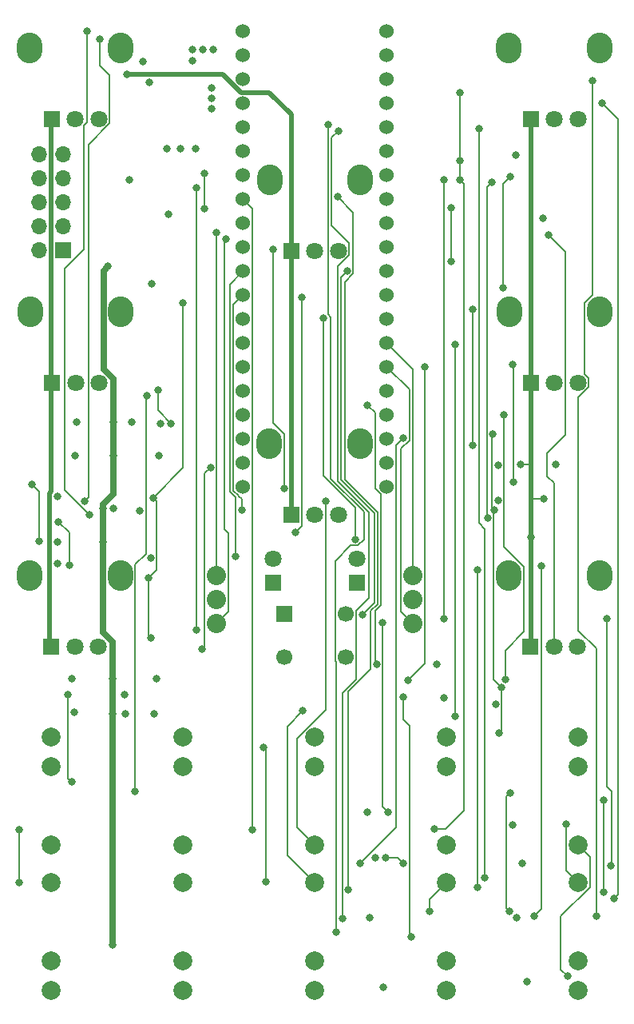
<source format=gbr>
%TF.GenerationSoftware,KiCad,Pcbnew,7.0.1*%
%TF.CreationDate,2024-01-09T19:15:50-05:00*%
%TF.ProjectId,daisy_euro,64616973-795f-4657-9572-6f2e6b696361,rev?*%
%TF.SameCoordinates,Original*%
%TF.FileFunction,Copper,L1,Top*%
%TF.FilePolarity,Positive*%
%FSLAX46Y46*%
G04 Gerber Fmt 4.6, Leading zero omitted, Abs format (unit mm)*
G04 Created by KiCad (PCBNEW 7.0.1) date 2024-01-09 19:15:50*
%MOMM*%
%LPD*%
G01*
G04 APERTURE LIST*
%TA.AperFunction,ComponentPad*%
%ADD10C,2.000000*%
%TD*%
%TA.AperFunction,ComponentPad*%
%ADD11R,1.800000X1.800000*%
%TD*%
%TA.AperFunction,ComponentPad*%
%ADD12C,1.800000*%
%TD*%
%TA.AperFunction,ComponentPad*%
%ADD13R,1.700000X1.700000*%
%TD*%
%TA.AperFunction,ComponentPad*%
%ADD14C,1.700000*%
%TD*%
%TA.AperFunction,ComponentPad*%
%ADD15O,2.720000X3.240000*%
%TD*%
%TA.AperFunction,ComponentPad*%
%ADD16C,2.032000*%
%TD*%
%TA.AperFunction,ComponentPad*%
%ADD17O,1.700000X1.700000*%
%TD*%
%TA.AperFunction,ComponentPad*%
%ADD18C,1.524000*%
%TD*%
%TA.AperFunction,ViaPad*%
%ADD19C,0.800000*%
%TD*%
%TA.AperFunction,Conductor*%
%ADD20C,0.203200*%
%TD*%
%TA.AperFunction,Conductor*%
%ADD21C,0.508000*%
%TD*%
%TA.AperFunction,Conductor*%
%ADD22C,0.635000*%
%TD*%
G04 APERTURE END LIST*
D10*
%TO.P,J2,S*%
%TO.N,GND*%
X49530000Y-121790000D03*
%TO.P,J2,T*%
%TO.N,cv_in_2*%
X49530000Y-133190000D03*
%TO.P,J2,TN*%
%TO.N,unconnected-(J2-PadTN)*%
X49530000Y-124890000D03*
%TD*%
D11*
%TO.P,D3,1,K*%
%TO.N,GND*%
X59055000Y-105415000D03*
D12*
%TO.P,D3,2,A*%
%TO.N,Net-(D3-A)*%
X59055000Y-102875000D03*
%TD*%
D13*
%TO.P,SW1,1,1*%
%TO.N,D10*%
X60250000Y-108748000D03*
D14*
X66750000Y-108748000D03*
%TO.P,SW1,2,2*%
%TO.N,GND*%
X60250000Y-113248000D03*
X66750000Y-113248000D03*
%TD*%
D15*
%TO.P,RV2,*%
%TO.N,*%
X33340000Y-76708000D03*
X42940000Y-76708000D03*
D11*
%TO.P,RV2,1,1*%
%TO.N,+3.3VA*%
X35640000Y-84208000D03*
D12*
%TO.P,RV2,2,2*%
%TO.N,/cv/pot_5*%
X38140000Y-84208000D03*
%TO.P,RV2,3,3*%
%TO.N,GND*%
X40640000Y-84208000D03*
%TD*%
D10*
%TO.P,J7,S*%
%TO.N,GND*%
X49530000Y-148560000D03*
%TO.P,J7,T*%
%TO.N,cv_in_3*%
X49530000Y-137160000D03*
%TO.P,J7,TN*%
%TO.N,unconnected-(J7-PadTN)*%
X49530000Y-145460000D03*
%TD*%
%TO.P,J1,S*%
%TO.N,GND*%
X35560000Y-121790000D03*
%TO.P,J1,T*%
%TO.N,J1_cv_a_in*%
X35560000Y-133190000D03*
%TO.P,J1,TN*%
%TO.N,unconnected-(J1-PadTN)*%
X35560000Y-124890000D03*
%TD*%
%TO.P,J8,S*%
%TO.N,GND*%
X63500000Y-148560000D03*
%TO.P,J8,T*%
%TO.N,cv_in_5*%
X63500000Y-137160000D03*
%TO.P,J8,TN*%
%TO.N,unconnected-(J8-PadTN)*%
X63500000Y-145460000D03*
%TD*%
D15*
%TO.P,RV6,*%
%TO.N,*%
X84100000Y-48795000D03*
X93700000Y-48795000D03*
D11*
%TO.P,RV6,1,1*%
%TO.N,+3.3VA*%
X86400000Y-56295000D03*
D12*
%TO.P,RV6,2,2*%
%TO.N,/cv/pot_7*%
X88900000Y-56295000D03*
%TO.P,RV6,3,3*%
%TO.N,GND*%
X91400000Y-56295000D03*
%TD*%
D10*
%TO.P,J4,S*%
%TO.N,GND*%
X77470000Y-121790000D03*
%TO.P,J4,T*%
%TO.N,Net-(J4-PadT)*%
X77470000Y-133190000D03*
%TO.P,J4,TN*%
%TO.N,unconnected-(J4-PadTN)*%
X77470000Y-124890000D03*
%TD*%
D15*
%TO.P,RV3,*%
%TO.N,*%
X33274000Y-104648000D03*
X42874000Y-104648000D03*
D11*
%TO.P,RV3,1,1*%
%TO.N,+3.3VA*%
X35574000Y-112148000D03*
D12*
%TO.P,RV3,2,2*%
%TO.N,/cv/pot_2*%
X38074000Y-112148000D03*
%TO.P,RV3,3,3*%
%TO.N,GND*%
X40574000Y-112148000D03*
%TD*%
D16*
%TO.P,SW2,1,1*%
%TO.N,D8*%
X53086000Y-104648000D03*
%TO.P,SW2,2,2*%
%TO.N,GND*%
X53086000Y-107188000D03*
%TO.P,SW2,3,3*%
%TO.N,D9*%
X53086000Y-109728000D03*
%TD*%
%TO.P,SW3,1,1*%
%TO.N,D13*%
X73914000Y-104648000D03*
%TO.P,SW3,2,2*%
%TO.N,GND*%
X73914000Y-107188000D03*
%TO.P,SW3,3,3*%
%TO.N,D14*%
X73914000Y-109728000D03*
%TD*%
D10*
%TO.P,J10,S*%
%TO.N,GND*%
X91440000Y-148560000D03*
%TO.P,J10,T*%
%TO.N,Net-(J10-PadT)*%
X91440000Y-137160000D03*
%TO.P,J10,TN*%
%TO.N,unconnected-(J10-PadTN)*%
X91440000Y-145460000D03*
%TD*%
%TO.P,J6,S*%
%TO.N,GND*%
X35560000Y-148560000D03*
%TO.P,J6,T*%
%TO.N,J6_cv_a_in*%
X35560000Y-137160000D03*
%TO.P,J6,TN*%
%TO.N,unconnected-(J6-PadTN)*%
X35560000Y-145460000D03*
%TD*%
D15*
%TO.P,RV7,*%
%TO.N,*%
X84126000Y-76711000D03*
X93726000Y-76711000D03*
D11*
%TO.P,RV7,1,1*%
%TO.N,+3.3VA*%
X86426000Y-84211000D03*
D12*
%TO.P,RV7,2,2*%
%TO.N,/cv/pot_4*%
X88926000Y-84211000D03*
%TO.P,RV7,3,3*%
%TO.N,GND*%
X91426000Y-84211000D03*
%TD*%
D11*
%TO.P,D4,1,K*%
%TO.N,GND*%
X67945000Y-105410000D03*
D12*
%TO.P,D4,2,A*%
%TO.N,Net-(D4-A)*%
X67945000Y-102870000D03*
%TD*%
D15*
%TO.P,RV4,*%
%TO.N,*%
X58726000Y-62741000D03*
X68326000Y-62741000D03*
D11*
%TO.P,RV4,1,1*%
%TO.N,+3.3VA*%
X61026000Y-70241000D03*
D12*
%TO.P,RV4,2,2*%
%TO.N,/cv/pot_6*%
X63526000Y-70241000D03*
%TO.P,RV4,3,3*%
%TO.N,GND*%
X66026000Y-70241000D03*
%TD*%
D10*
%TO.P,J9,S*%
%TO.N,GND*%
X77470000Y-148560000D03*
%TO.P,J9,T*%
%TO.N,Net-(J9-PadT)*%
X77470000Y-137160000D03*
%TO.P,J9,TN*%
%TO.N,unconnected-(J9-PadTN)*%
X77470000Y-145460000D03*
%TD*%
%TO.P,J5,S*%
%TO.N,GND*%
X91440000Y-121790000D03*
%TO.P,J5,T*%
%TO.N,Net-(J5-PadT)*%
X91440000Y-133190000D03*
%TO.P,J5,TN*%
%TO.N,unconnected-(J5-PadTN)*%
X91440000Y-124890000D03*
%TD*%
D15*
%TO.P,RV1,*%
%TO.N,*%
X33300000Y-48795000D03*
X42900000Y-48795000D03*
D11*
%TO.P,RV1,1,1*%
%TO.N,+3.3VA*%
X35600000Y-56295000D03*
D12*
%TO.P,RV1,2,2*%
%TO.N,/cv/pot_1*%
X38100000Y-56295000D03*
%TO.P,RV1,3,3*%
%TO.N,GND*%
X40600000Y-56295000D03*
%TD*%
D15*
%TO.P,RV5,*%
%TO.N,*%
X58700000Y-90681000D03*
X68300000Y-90681000D03*
D11*
%TO.P,RV5,1,1*%
%TO.N,+3.3VA*%
X61000000Y-98181000D03*
D12*
%TO.P,RV5,2,2*%
%TO.N,/cv/pot_3*%
X63500000Y-98181000D03*
%TO.P,RV5,3,3*%
%TO.N,GND*%
X66000000Y-98181000D03*
%TD*%
D10*
%TO.P,J3,S*%
%TO.N,GND*%
X63500000Y-121790000D03*
%TO.P,J3,T*%
%TO.N,cv_in_4*%
X63500000Y-133190000D03*
%TO.P,J3,TN*%
%TO.N,unconnected-(J3-PadTN)*%
X63500000Y-124890000D03*
%TD*%
D15*
%TO.P,RV8,*%
%TO.N,*%
X84074000Y-104648000D03*
X93674000Y-104648000D03*
D11*
%TO.P,RV8,1,1*%
%TO.N,+3.3VA*%
X86374000Y-112148000D03*
D12*
%TO.P,RV8,2,2*%
%TO.N,/cv/pot_8*%
X88874000Y-112148000D03*
%TO.P,RV8,3,3*%
%TO.N,GND*%
X91374000Y-112148000D03*
%TD*%
D13*
%TO.P,J11,1,-12V*%
%TO.N,Net-(D2-K)*%
X36810000Y-70158000D03*
D17*
%TO.P,J11,2,-12V*%
X34270000Y-70158000D03*
%TO.P,J11,3,gnd*%
%TO.N,GND*%
X36810000Y-67618000D03*
%TO.P,J11,4,gnd*%
X34270000Y-67618000D03*
%TO.P,J11,5,gnd*%
X36810000Y-65078000D03*
%TO.P,J11,6,gnd*%
X34270000Y-65078000D03*
%TO.P,J11,7,gnd*%
X36810000Y-62538000D03*
%TO.P,J11,8,gnd*%
X34270000Y-62538000D03*
%TO.P,J11,9,+12V*%
%TO.N,Net-(D1-A)*%
X36810000Y-59998000D03*
%TO.P,J11,10,+12V*%
X34270000Y-59998000D03*
%TD*%
D18*
%TO.P,U1,1,D0*%
%TO.N,D0*%
X71120000Y-46990000D03*
%TO.P,U1,2,D1*%
%TO.N,D1*%
X71120000Y-49530000D03*
%TO.P,U1,3,D2*%
%TO.N,D2*%
X71120000Y-52070000D03*
%TO.P,U1,4,D3*%
%TO.N,D3*%
X71120000Y-54610000D03*
%TO.P,U1,5,D4*%
%TO.N,D4*%
X71120000Y-57150000D03*
%TO.P,U1,6,D5*%
%TO.N,D5*%
X71120000Y-59690000D03*
%TO.P,U1,7,D6*%
%TO.N,D6*%
X71120000Y-62230000D03*
%TO.P,U1,8,D7*%
%TO.N,D7*%
X71120000Y-64770000D03*
%TO.P,U1,9,D8*%
%TO.N,D8*%
X71120000Y-67310000D03*
%TO.P,U1,10,D9*%
%TO.N,D9*%
X71120000Y-69850000D03*
%TO.P,U1,11,D10*%
%TO.N,D10*%
X71120000Y-72390000D03*
%TO.P,U1,12,D11*%
%TO.N,D11*%
X71120000Y-74930000D03*
%TO.P,U1,13,D12*%
%TO.N,D12*%
X71120000Y-77470000D03*
%TO.P,U1,14,D13*%
%TO.N,D13*%
X71120000Y-80010000D03*
%TO.P,U1,15,D14*%
%TO.N,D14*%
X71120000Y-82550000D03*
%TO.P,U1,16,in[0]*%
%TO.N,in_0*%
X71120000Y-85090000D03*
%TO.P,U1,17,in[1]*%
%TO.N,in_1*%
X71120000Y-87630000D03*
%TO.P,U1,18,out[0]*%
%TO.N,out_0*%
X71120000Y-90170000D03*
%TO.P,U1,19,out[1]*%
%TO.N,out_1*%
X71120000Y-92710000D03*
%TO.P,U1,20,AGND*%
%TO.N,GND*%
X71120000Y-95250000D03*
%TO.P,U1,21,3V3_Analog*%
%TO.N,+3.3VA*%
X55880000Y-95250000D03*
%TO.P,U1,22,A0/D15*%
%TO.N,A0_D15*%
X55880000Y-92710000D03*
%TO.P,U1,23,A1/D16*%
%TO.N,A1_D16*%
X55880000Y-90170000D03*
%TO.P,U1,24,A2/D17*%
%TO.N,A2_D17*%
X55880000Y-87630000D03*
%TO.P,U1,25,A3/D18*%
%TO.N,A3_D18*%
X55880000Y-85090000D03*
%TO.P,U1,26,A4/D19*%
%TO.N,A4_D19*%
X55880000Y-82550000D03*
%TO.P,U1,27,A5/D20*%
%TO.N,A5_D20*%
X55880000Y-80010000D03*
%TO.P,U1,28,A6/D21*%
%TO.N,A6_D21*%
X55880000Y-77470000D03*
%TO.P,U1,29,A7/D22*%
%TO.N,A7_D22*%
X55880000Y-74930000D03*
%TO.P,U1,30,A8/D23*%
%TO.N,A8_D23*%
X55880000Y-72390000D03*
%TO.P,U1,31,A9/D24*%
%TO.N,A9_D24*%
X55880000Y-69850000D03*
%TO.P,U1,32,A10/D25*%
%TO.N,A10_D25*%
X55880000Y-67310000D03*
%TO.P,U1,33,D26*%
%TO.N,D26*%
X55880000Y-64770000D03*
%TO.P,U1,34,D27*%
%TO.N,D27*%
X55880000Y-62230000D03*
%TO.P,U1,35,A11/D28*%
%TO.N,A11_D28*%
X55880000Y-59690000D03*
%TO.P,U1,36,D29*%
%TO.N,D29*%
X55880000Y-57150000D03*
%TO.P,U1,37,D30*%
%TO.N,D30*%
X55880000Y-54610000D03*
%TO.P,U1,38,3V3_Digital*%
%TO.N,+3.3V*%
X55880000Y-52070000D03*
%TO.P,U1,39,VIN*%
%TO.N,+12V*%
X55880000Y-49530000D03*
%TO.P,U1,40,DGND*%
%TO.N,GND*%
X55880000Y-46990000D03*
%TD*%
D19*
%TO.N,J1_cv_a_in*%
X45720000Y-85598000D03*
X44462600Y-127508000D03*
%TO.N,J6_cv_a_in*%
X94107000Y-138176000D03*
X94107000Y-128397000D03*
%TO.N,D0*%
X39370000Y-46990000D03*
X39624000Y-98171000D03*
%TO.N,D8*%
X53086000Y-68326000D03*
%TO.N,D9*%
X54102000Y-68961000D03*
%TO.N,D10*%
X66929000Y-72390000D03*
X68605400Y-108762800D03*
%TO.N,D11*%
X62103000Y-75184000D03*
X61468000Y-100076000D03*
%TO.N,D1*%
X39116000Y-96774000D03*
X40700000Y-47800000D03*
%TO.N,D2*%
X93345000Y-140716000D03*
X92964000Y-52197000D03*
%TO.N,D26*%
X56896000Y-131572000D03*
%TO.N,Net-(J5-PadT)*%
X90297000Y-147066000D03*
%TO.N,Net-(J10-PadT)*%
X90170000Y-130937000D03*
%TO.N,+3.3VA*%
X86400000Y-100584000D03*
X87757000Y-96520000D03*
X43600000Y-51600000D03*
X85344000Y-92837000D03*
%TO.N,GND*%
X69342000Y-140860502D03*
X36195000Y-101092000D03*
X44958000Y-97790000D03*
X70739000Y-148209000D03*
X82677000Y-118237000D03*
X38227000Y-88392000D03*
X46990000Y-91948000D03*
X46092232Y-102745751D03*
X46736000Y-115570000D03*
X69088000Y-129667000D03*
X38100000Y-91948000D03*
X46482000Y-119253000D03*
X87669800Y-66791013D03*
X36202400Y-103378000D03*
X45300000Y-50200000D03*
X43877657Y-62728100D03*
X76454000Y-114046000D03*
X84888500Y-140856500D03*
X82937900Y-92964998D03*
X45972587Y-52380500D03*
X84455000Y-131064000D03*
X37719000Y-115570000D03*
X37966100Y-119118090D03*
X47117000Y-88519000D03*
X46202600Y-73710800D03*
X85978160Y-147658900D03*
X77216000Y-117602000D03*
X82937900Y-96668655D03*
X48000000Y-66400000D03*
X89027000Y-92837000D03*
X36195000Y-96266000D03*
X84836000Y-60071000D03*
%TO.N,+3.3V*%
X76200000Y-131445000D03*
X78867000Y-62738000D03*
X78867000Y-53467000D03*
X78867000Y-60706000D03*
%TO.N,audio_out_0*%
X84201000Y-127635000D03*
X84174105Y-140201100D03*
%TO.N,Net-(U4B--)*%
X46895493Y-84969900D03*
X48260000Y-88519000D03*
%TO.N,/cv/pot_1*%
X51800000Y-62100000D03*
X51816000Y-65786000D03*
%TO.N,/cv/pot_5*%
X84201000Y-62357000D03*
X83439000Y-74168000D03*
%TO.N,/cv/pot_2*%
X50927000Y-63600000D03*
X50927000Y-110363000D03*
%TO.N,/cv/pot_6*%
X77978000Y-71374000D03*
X77978000Y-65659000D03*
%TO.N,/cv/pot_3*%
X82296000Y-62992000D03*
X81857300Y-98587557D03*
%TO.N,/cv/pot_8*%
X88265000Y-68580000D03*
%TO.N,A3_D18*%
X73406000Y-115697000D03*
X75184000Y-82550000D03*
%TO.N,A2_D17*%
X70071900Y-114060938D03*
X69088000Y-86614000D03*
%TO.N,Net-(C6-Pad1)*%
X37338000Y-117272000D03*
X37719000Y-126492000D03*
%TO.N,out_0*%
X51562000Y-112395000D03*
X52451000Y-93218000D03*
%TO.N,out_1*%
X33528000Y-94996000D03*
X34290000Y-100965000D03*
%TO.N,-10V*%
X82550000Y-97663000D03*
X49530000Y-75753000D03*
X45847000Y-104902000D03*
X46101000Y-111252000D03*
X83297449Y-116489822D03*
X82408885Y-89675120D03*
X46348100Y-96393000D03*
X83057434Y-121285566D03*
%TO.N,-12V*%
X41069500Y-97536000D03*
X42164000Y-91948000D03*
X42037000Y-143764000D03*
X41069500Y-101092000D03*
X41600000Y-71900000D03*
X42164000Y-88392000D03*
X42037000Y-115570000D03*
X42037000Y-119253000D03*
%TO.N,A1_D16*%
X83566000Y-87630000D03*
X83693000Y-115652000D03*
%TO.N,A4_D19*%
X84582000Y-94742000D03*
X84455000Y-82296000D03*
%TO.N,A5_D20*%
X78359000Y-119507000D03*
X78359000Y-80137000D03*
%TO.N,A7_D22*%
X55746100Y-97705268D03*
%TO.N,A8_D23*%
X55118000Y-102616000D03*
%TO.N,A9_D24*%
X59055000Y-70104000D03*
X60245500Y-95377000D03*
%TO.N,+12V*%
X52600000Y-55200000D03*
X50500000Y-48900000D03*
X42164000Y-97536000D03*
X49300000Y-59400000D03*
X43307000Y-117221000D03*
X43434000Y-119253000D03*
X52600000Y-54100000D03*
X47800000Y-59400000D03*
X52600000Y-53000000D03*
X69899131Y-134503186D03*
X50500000Y-50100000D03*
X44069000Y-88392000D03*
X50900000Y-59400000D03*
X52700000Y-48900000D03*
X51600000Y-48900000D03*
X85482332Y-135128000D03*
%TO.N,cv_in_6*%
X68326000Y-135128000D03*
X72898000Y-90043000D03*
%TO.N,cv_in_5*%
X62236900Y-118991822D03*
%TO.N,cv_in_7*%
X73723134Y-142938134D03*
X72898000Y-117475000D03*
%TO.N,cv_in_4*%
X64643001Y-96774001D03*
%TO.N,cv_in_3*%
X58045900Y-122846639D03*
X58293000Y-137033000D03*
%TO.N,cv_out_0*%
X86741000Y-140716000D03*
X87502600Y-103632000D03*
%TO.N,cv_out_1*%
X80772000Y-104013000D03*
X80772000Y-137668000D03*
%TO.N,A6_D21*%
X80255571Y-90887000D03*
X80264000Y-76454000D03*
%TO.N,Net-(U9C--)*%
X37465000Y-103505000D03*
X36322000Y-98933000D03*
%TO.N,D3*%
X93980000Y-54610000D03*
X95250000Y-138811000D03*
%TO.N,Net-(J9-PadT)*%
X75692000Y-140201100D03*
%TO.N,D29*%
X66040000Y-57531000D03*
X66414100Y-140971677D03*
%TO.N,D30*%
X65786000Y-142367000D03*
X64897000Y-56896000D03*
%TO.N,D4*%
X80899000Y-57277000D03*
X81534000Y-136652000D03*
%TO.N,D12*%
X64389000Y-77343000D03*
X67818000Y-100838000D03*
%TO.N,D5*%
X94869000Y-135382000D03*
X77216000Y-62738000D03*
X77216000Y-109220000D03*
X94488000Y-109220000D03*
%TO.N,Net-(C39-Pad1)*%
X32131000Y-131572000D03*
X32131000Y-137160000D03*
%TO.N,Net-(J4-PadT)*%
X70993000Y-134493000D03*
X72873134Y-135103134D03*
%TO.N,Net-(C38-Pad1)*%
X70700000Y-109600000D03*
X71247000Y-129667000D03*
%TO.N,D27*%
X65913000Y-64516000D03*
X67056000Y-137929400D03*
%TD*%
D20*
%TO.N,J1_cv_a_in*%
X44462600Y-103491693D02*
X44462600Y-127508000D01*
X45605349Y-102348944D02*
X44462600Y-103491693D01*
X45720000Y-85598000D02*
X45605349Y-85712651D01*
X45605349Y-85712651D02*
X45605349Y-102348944D01*
%TO.N,J6_cv_a_in*%
X94107000Y-128397000D02*
X94107000Y-138176000D01*
%TO.N,D0*%
X39042041Y-70083159D02*
X39042041Y-56949041D01*
X37011400Y-95558400D02*
X37011400Y-72113800D01*
X39042041Y-56949041D02*
X39370000Y-56621082D01*
X39624000Y-98171000D02*
X37011400Y-95558400D01*
X37011400Y-72113800D02*
X39042041Y-70083159D01*
X39370000Y-56621082D02*
X39370000Y-46990000D01*
%TO.N,D8*%
X53086000Y-104648000D02*
X53086000Y-68326000D01*
%TO.N,D9*%
X54330600Y-100135868D02*
X53899299Y-99704567D01*
X53086000Y-109728000D02*
X54330600Y-108483400D01*
X53899299Y-69163701D02*
X54102000Y-68961000D01*
X53899299Y-99704567D02*
X53899299Y-69163701D01*
X54330600Y-108483400D02*
X54330600Y-100135868D01*
%TO.N,D10*%
X66294000Y-94527928D02*
X66345299Y-94579227D01*
X66929000Y-72390000D02*
X66294000Y-73025000D01*
X69835600Y-107532600D02*
X68605400Y-108762800D01*
X66294000Y-73025000D02*
X66294000Y-94527928D01*
X69835600Y-98072587D02*
X69835600Y-107532600D01*
X66345299Y-94579227D02*
X66345299Y-94582286D01*
X66345299Y-94582286D02*
X69835600Y-98072587D01*
%TO.N,D11*%
X62128600Y-99415400D02*
X62128600Y-75209600D01*
X61468000Y-100076000D02*
X62128600Y-99415400D01*
X62128600Y-75209600D02*
X62103000Y-75184000D01*
%TO.N,D1*%
X41728600Y-56762482D02*
X41728600Y-51634600D01*
X39511400Y-58979682D02*
X41728600Y-56762482D01*
X41728600Y-51634600D02*
X40700000Y-50606000D01*
X40700000Y-50606000D02*
X40700000Y-47800000D01*
X39116000Y-96774000D02*
X39511400Y-96378600D01*
X39511400Y-96378600D02*
X39511400Y-58979682D01*
%TO.N,D2*%
X91440000Y-85793082D02*
X91440000Y-110485918D01*
X91440000Y-110485918D02*
X93345000Y-112390918D01*
X92964000Y-52197000D02*
X92964000Y-74966380D01*
X92964000Y-74966380D02*
X92137400Y-75792980D01*
X92554600Y-84678482D02*
X91440000Y-85793082D01*
X93345000Y-112390918D02*
X93345000Y-140716000D01*
X92137400Y-83326318D02*
X92554600Y-83743518D01*
X92137400Y-75792980D02*
X92137400Y-83326318D01*
X92554600Y-83743518D02*
X92554600Y-84678482D01*
%TO.N,D26*%
X56896000Y-131572000D02*
X56896000Y-65786000D01*
X56896000Y-65786000D02*
X55880000Y-64770000D01*
%TO.N,Net-(J5-PadT)*%
X89588400Y-146357400D02*
X89588400Y-140749103D01*
X92710000Y-134460000D02*
X91440000Y-133190000D01*
X89588400Y-140749103D02*
X92710000Y-137627503D01*
X92710000Y-137627503D02*
X92710000Y-134460000D01*
X90297000Y-147066000D02*
X89588400Y-146357400D01*
%TO.N,Net-(J10-PadT)*%
X90170000Y-135890000D02*
X91440000Y-137160000D01*
X90170000Y-130937000D02*
X90170000Y-135890000D01*
D21*
%TO.N,+3.3VA*%
X35574000Y-56321000D02*
X35600000Y-56295000D01*
X35414500Y-95942706D02*
X35574000Y-95783206D01*
X35414500Y-111988500D02*
X35414500Y-95942706D01*
X35574000Y-95783206D02*
X35574000Y-56321000D01*
X61026000Y-70241000D02*
X61026000Y-55814000D01*
X61026000Y-70241000D02*
X61026000Y-98155000D01*
X86400000Y-92837000D02*
X86400000Y-96520000D01*
X61026000Y-98155000D02*
X61000000Y-98181000D01*
X86400000Y-56295000D02*
X86400000Y-92837000D01*
X86400000Y-112122000D02*
X86374000Y-112148000D01*
X53793553Y-51600000D02*
X43600000Y-51600000D01*
D20*
X87757000Y-96520000D02*
X86400000Y-96520000D01*
X85344000Y-92837000D02*
X86400000Y-92837000D01*
D21*
X86400000Y-96520000D02*
X86400000Y-112122000D01*
X58679000Y-53467000D02*
X55660553Y-53467000D01*
X35574000Y-112148000D02*
X35414500Y-111988500D01*
X55660553Y-53467000D02*
X53793553Y-51600000D01*
X61026000Y-55814000D02*
X58679000Y-53467000D01*
D20*
%TO.N,+3.3V*%
X77406270Y-131445000D02*
X76200000Y-131445000D01*
X79321600Y-129529670D02*
X77406270Y-131445000D01*
X79321600Y-63192600D02*
X79321600Y-129529670D01*
X78867000Y-62738000D02*
X79321600Y-63192600D01*
X78867000Y-60706000D02*
X78867000Y-53467000D01*
X78867000Y-62738000D02*
X78867000Y-60706000D01*
%TO.N,audio_out_0*%
X83826900Y-139853895D02*
X84174105Y-140201100D01*
X83826900Y-128009100D02*
X83826900Y-139853895D01*
X84201000Y-127635000D02*
X83826900Y-128009100D01*
%TO.N,Net-(U4B--)*%
X46895493Y-87154493D02*
X46895493Y-84969900D01*
X48260000Y-88519000D02*
X46895493Y-87154493D01*
%TO.N,/cv/pot_1*%
X51816000Y-62116000D02*
X51800000Y-62100000D01*
X51816000Y-65786000D02*
X51816000Y-62116000D01*
%TO.N,/cv/pot_5*%
X83439000Y-74168000D02*
X83439000Y-63119000D01*
X83439000Y-63119000D02*
X84201000Y-62357000D01*
%TO.N,/cv/pot_2*%
X50927000Y-110363000D02*
X50927000Y-63600000D01*
%TO.N,/cv/pot_6*%
X77978000Y-71374000D02*
X77978000Y-65659000D01*
%TO.N,/cv/pot_3*%
X81780785Y-63507215D02*
X81780785Y-98511042D01*
X82296000Y-62992000D02*
X81780785Y-63507215D01*
X81780785Y-98511042D02*
X81857300Y-98587557D01*
%TO.N,/cv/pot_8*%
X88138000Y-94107000D02*
X88874000Y-94843000D01*
X90054600Y-89777400D02*
X88138000Y-91694000D01*
X88138000Y-91694000D02*
X88138000Y-94107000D01*
X88874000Y-94843000D02*
X88874000Y-112148000D01*
X90054600Y-70369600D02*
X90054600Y-89777400D01*
X88265000Y-68580000D02*
X90054600Y-70369600D01*
%TO.N,A3_D18*%
X75184000Y-82550000D02*
X75184000Y-113919000D01*
X75184000Y-113919000D02*
X73406000Y-115697000D01*
%TO.N,D14*%
X72669400Y-108483400D02*
X72669400Y-91159868D01*
X73526100Y-90303168D02*
X73526100Y-84956100D01*
X73914000Y-109728000D02*
X72669400Y-108483400D01*
X72669400Y-91159868D02*
X73526100Y-90303168D01*
X73526100Y-84956100D02*
X71120000Y-82550000D01*
%TO.N,D13*%
X73914000Y-104648000D02*
X73914000Y-82804000D01*
X73914000Y-82804000D02*
X71120000Y-80010000D01*
%TO.N,A2_D17*%
X69888600Y-95419520D02*
X70495002Y-96025922D01*
X70495002Y-107805734D02*
X69888600Y-108412136D01*
X69888600Y-108412136D02*
X69888600Y-113877638D01*
X69888600Y-87414600D02*
X69888600Y-95419520D01*
X70495002Y-96025922D02*
X70495002Y-107805734D01*
X69088000Y-86614000D02*
X69888600Y-87414600D01*
X69888600Y-113877638D02*
X70071900Y-114060938D01*
%TO.N,Net-(C6-Pad1)*%
X37338000Y-126111000D02*
X37338000Y-117272000D01*
X37719000Y-126492000D02*
X37338000Y-126111000D01*
%TO.N,out_0*%
X51841400Y-93827600D02*
X51841400Y-112115600D01*
X52451000Y-93218000D02*
X51841400Y-93827600D01*
X51841400Y-112115600D02*
X51562000Y-112395000D01*
%TO.N,out_1*%
X33528000Y-94996000D02*
X34290000Y-95758000D01*
X34290000Y-95758000D02*
X34290000Y-100965000D01*
%TO.N,-10V*%
X83312000Y-116504373D02*
X83297449Y-116489822D01*
X82309800Y-97422800D02*
X82309800Y-89774205D01*
X45847000Y-110998000D02*
X45847000Y-104902000D01*
X82550000Y-97663000D02*
X82485400Y-97727600D01*
X82550000Y-97663000D02*
X82309800Y-97422800D01*
X83312000Y-121031000D02*
X83312000Y-116504373D01*
X46101000Y-111252000D02*
X45847000Y-110998000D01*
X82485400Y-115677773D02*
X83297449Y-116489822D01*
X82485400Y-97727600D02*
X82485400Y-115677773D01*
X49530000Y-93211100D02*
X46348100Y-96393000D01*
X46348100Y-96393000D02*
X46720332Y-96765232D01*
X46720332Y-96765232D02*
X46720332Y-104028668D01*
X46720332Y-104028668D02*
X45847000Y-104902000D01*
X83057434Y-121285566D02*
X83312000Y-121031000D01*
X49530000Y-75753000D02*
X49530000Y-93211100D01*
X82309800Y-89774205D02*
X82408885Y-89675120D01*
D22*
%TO.N,-12V*%
X41135500Y-82791500D02*
X41135500Y-72364500D01*
X42037000Y-118745000D02*
X42037000Y-119253000D01*
X41069500Y-110665500D02*
X42037000Y-111633000D01*
X41069500Y-97536000D02*
X41069500Y-101092000D01*
X42164000Y-91948000D02*
X42164000Y-96012000D01*
X41148000Y-97028000D02*
X41069500Y-97106500D01*
X42164000Y-96012000D02*
X41148000Y-97028000D01*
X42037000Y-119253000D02*
X42037000Y-143764000D01*
X42037000Y-115570000D02*
X42037000Y-118745000D01*
X42164000Y-83820000D02*
X42164000Y-88392000D01*
X42164000Y-88392000D02*
X42164000Y-91948000D01*
X41135500Y-82791500D02*
X42164000Y-83820000D01*
X41069500Y-97106500D02*
X41069500Y-97536000D01*
X41135500Y-72364500D02*
X41600000Y-71900000D01*
X42037000Y-111633000D02*
X42037000Y-115570000D01*
X41069500Y-101092000D02*
X41069500Y-110665500D01*
D20*
%TO.N,A1_D16*%
X83693000Y-115652000D02*
X83693000Y-112571800D01*
X83693000Y-112571800D02*
X85662600Y-110602200D01*
X85662600Y-103729980D02*
X83566000Y-101633380D01*
X85662600Y-110602200D02*
X85662600Y-103729980D01*
X83566000Y-101633380D02*
X83566000Y-87630000D01*
%TO.N,A4_D19*%
X84582000Y-82423000D02*
X84455000Y-82296000D01*
X84582000Y-94742000D02*
X84582000Y-82423000D01*
%TO.N,A5_D20*%
X78359000Y-119507000D02*
X78359000Y-80137000D01*
%TO.N,A7_D22*%
X55447701Y-96256433D02*
X55746100Y-96554832D01*
X55447701Y-96218621D02*
X55447701Y-96256433D01*
X54864000Y-75946000D02*
X54864000Y-95634920D01*
X55880000Y-74930000D02*
X54864000Y-75946000D01*
X55746100Y-96554832D02*
X55746100Y-97705268D01*
X54864000Y-95634920D02*
X55447701Y-96218621D01*
%TO.N,A8_D23*%
X54483000Y-95720188D02*
X54483000Y-73787000D01*
X55118000Y-102616000D02*
X55118000Y-96355188D01*
X55118000Y-96355188D02*
X54483000Y-95720188D01*
X54483000Y-73787000D02*
X55880000Y-72390000D01*
%TO.N,A9_D24*%
X60296701Y-95325799D02*
X60245500Y-95377000D01*
X59055000Y-70104000D02*
X59055000Y-88438794D01*
X60296701Y-89680495D02*
X60296701Y-95325799D01*
X59055000Y-88438794D02*
X60296701Y-89680495D01*
%TO.N,cv_in_6*%
X72110600Y-131343400D02*
X72110600Y-90830400D01*
X68326000Y-135128000D02*
X72110600Y-131343400D01*
X72110600Y-90830400D02*
X72898000Y-90043000D01*
%TO.N,cv_in_5*%
X60579000Y-120649722D02*
X62236900Y-118991822D01*
X63500000Y-137160000D02*
X60579000Y-134239000D01*
X60579000Y-134239000D02*
X60579000Y-120649722D01*
%TO.N,cv_in_7*%
X73533000Y-142748000D02*
X73723134Y-142938134D01*
X72898000Y-119887268D02*
X73533000Y-120522268D01*
X72898000Y-117475000D02*
X72898000Y-119887268D01*
X73533000Y-120522268D02*
X73533000Y-142748000D01*
%TO.N,cv_in_4*%
X61648400Y-121904097D02*
X61648400Y-131338400D01*
X64643001Y-96774001D02*
X64643001Y-118909496D01*
X64643001Y-118909496D02*
X61648400Y-121904097D01*
X61648400Y-131338400D02*
X63500000Y-133190000D01*
%TO.N,cv_in_3*%
X58293000Y-137033000D02*
X58293000Y-123093739D01*
X58293000Y-123093739D02*
X58045900Y-122846639D01*
%TO.N,cv_out_0*%
X87502600Y-139954400D02*
X87502600Y-103632000D01*
X86741000Y-140716000D02*
X87502600Y-139954400D01*
%TO.N,cv_out_1*%
X80772000Y-137668000D02*
X80772000Y-119253025D01*
X80772000Y-119253025D02*
X80772000Y-104013000D01*
%TO.N,A6_D21*%
X80264000Y-76454000D02*
X80264000Y-90878571D01*
X80264000Y-90878571D02*
X80255571Y-90887000D01*
%TO.N,Net-(U9C--)*%
X37465000Y-100076000D02*
X37465000Y-103505000D01*
X36322000Y-98933000D02*
X37465000Y-100076000D01*
%TO.N,D3*%
X95644301Y-138416699D02*
X95250000Y-138811000D01*
X95644301Y-56274301D02*
X95644301Y-138416699D01*
X93980000Y-54610000D02*
X95644301Y-56274301D01*
%TO.N,Net-(J9-PadT)*%
X75692000Y-138938000D02*
X75692000Y-140201100D01*
X77470000Y-137160000D02*
X75692000Y-138938000D01*
%TO.N,D29*%
X66435003Y-118894242D02*
X66414100Y-118915145D01*
X69283801Y-97987056D02*
X69283801Y-106988828D01*
X65284900Y-58286100D02*
X65284900Y-67529168D01*
X66414100Y-118915145D02*
X66414100Y-140971677D01*
X67154600Y-70708482D02*
X65941701Y-71921381D01*
X66040000Y-57531000D02*
X65284900Y-58286100D01*
X65941701Y-94644956D02*
X69283801Y-97987056D01*
X67900000Y-115632226D02*
X66435003Y-117097223D01*
X65284900Y-67529168D02*
X67154600Y-69398868D01*
X69283801Y-106988828D02*
X67900000Y-108372629D01*
X67900000Y-108372629D02*
X67900000Y-115632226D01*
X66435003Y-117097223D02*
X66435003Y-118894242D01*
X65941701Y-71921381D02*
X65941701Y-94644956D01*
X67154600Y-69398868D02*
X67154600Y-70708482D01*
%TO.N,D30*%
X65671400Y-113694771D02*
X65786000Y-113809371D01*
X68700100Y-100844168D02*
X68078168Y-101466100D01*
X65786000Y-113809371D02*
X65786000Y-142367000D01*
X68700100Y-97869623D02*
X68700100Y-100844168D01*
X65201101Y-94370624D02*
X68700100Y-97869623D01*
X67286550Y-101466100D02*
X65671400Y-103081250D01*
X65671400Y-103081250D02*
X65671400Y-113694771D01*
X64897000Y-56896000D02*
X64897000Y-76962732D01*
X65201101Y-77266833D02*
X65201101Y-94370624D01*
X64897000Y-76962732D02*
X65201101Y-77266833D01*
X68078168Y-101466100D02*
X67286550Y-101466100D01*
%TO.N,D4*%
X81534000Y-99695000D02*
X80899000Y-99060000D01*
X81534000Y-136652000D02*
X81534000Y-99695000D01*
X80899000Y-99060000D02*
X80899000Y-57277000D01*
%TO.N,D12*%
X64389000Y-94024791D02*
X67818000Y-97453791D01*
X64389000Y-77343000D02*
X64389000Y-94024791D01*
X67818000Y-97453791D02*
X67818000Y-100838000D01*
%TO.N,D5*%
X94996000Y-135255000D02*
X94869000Y-135382000D01*
X77216000Y-62738000D02*
X77216000Y-109220000D01*
X94996000Y-127508000D02*
X94996000Y-135255000D01*
X94488000Y-109220000D02*
X94488000Y-127000000D01*
X94488000Y-127000000D02*
X94996000Y-127508000D01*
%TO.N,Net-(C39-Pad1)*%
X32131000Y-137160000D02*
X32131000Y-131572000D01*
%TO.N,Net-(J4-PadT)*%
X72263000Y-134493000D02*
X72873134Y-135103134D01*
X70993000Y-134493000D02*
X72263000Y-134493000D01*
%TO.N,Net-(C38-Pad1)*%
X70700000Y-109600000D02*
X70700000Y-129120000D01*
X70700000Y-129120000D02*
X71247000Y-129667000D01*
%TO.N,D27*%
X67564000Y-66167000D02*
X65913000Y-64516000D01*
X66675000Y-73532268D02*
X67557100Y-72650168D01*
X67557100Y-72355168D02*
X67564000Y-72348268D01*
X67557100Y-72650168D02*
X67557100Y-72355168D01*
X67056000Y-137929400D02*
X67056000Y-116943200D01*
X70165301Y-107669167D02*
X70165301Y-97936020D01*
X67564000Y-72348268D02*
X67564000Y-66167000D01*
X67056000Y-116943200D02*
X69436567Y-114562633D01*
X70165301Y-97936020D02*
X66675000Y-94445719D01*
X69436567Y-108397901D02*
X70165301Y-107669167D01*
X69436567Y-114562633D02*
X69436567Y-108397901D01*
X66675000Y-94445719D02*
X66675000Y-73532268D01*
%TD*%
M02*

</source>
